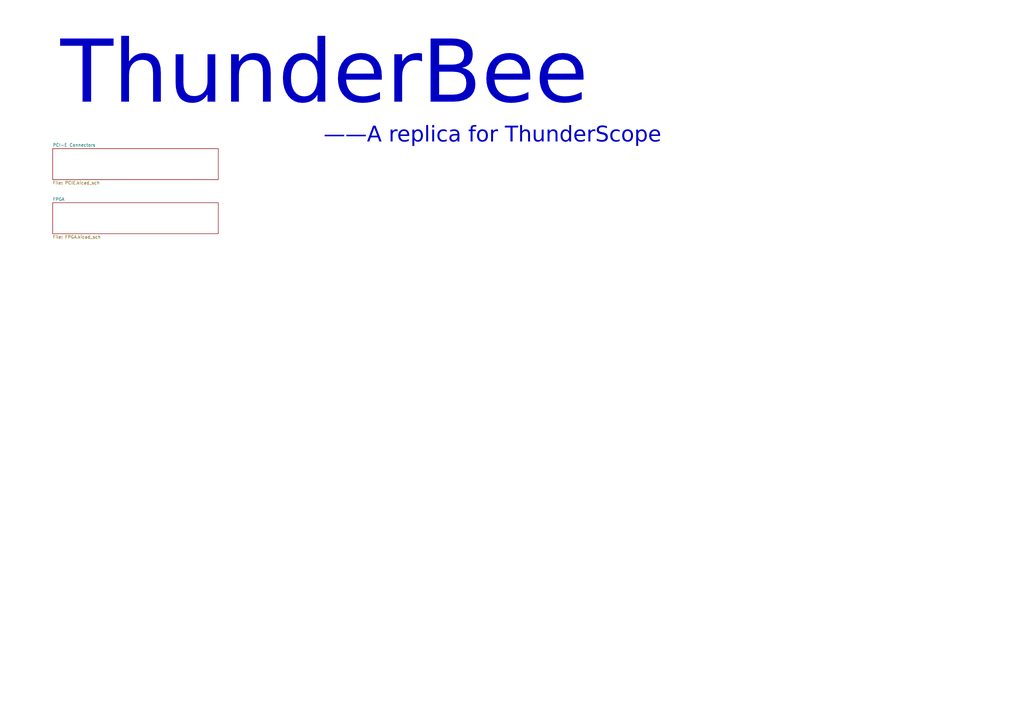
<source format=kicad_sch>
(kicad_sch (version 20230409) (generator eeschema)
  (paper "A3")
  (lib_symbols)
  (text "——A replica for ThunderScope" (at 132.715 60.96 0) (effects (font (size 6.35 6.35)) (justify left bottom)))
  (text "ThunderBee" (at 24.765 52.705 0) (effects (font (size 25.4 25.4)) (justify left bottom)))
  (sheet (at 21.59 60.96) (size 67.945 12.7) (stroke (width 0.1524))
    (property "Sheetname" "PCI-E Connectors" (at 21.59 60.2484 0) (effects (justify left bottom)))
    (property "Sheetfile" "PCIE.kicad_sch" (at 21.59 74.2446 0) (effects (justify left top)))
  )
  (sheet (at 21.59 83.185) (size 67.945 12.7) (stroke (width 0.1524))
    (property "Sheetname" "FPGA" (at 21.59 82.4734 0) (effects (justify left bottom)))
    (property "Sheetfile" "FPGA.kicad_sch" (at 21.59 96.4696 0) (effects (justify left top)))
  )
)
</source>
